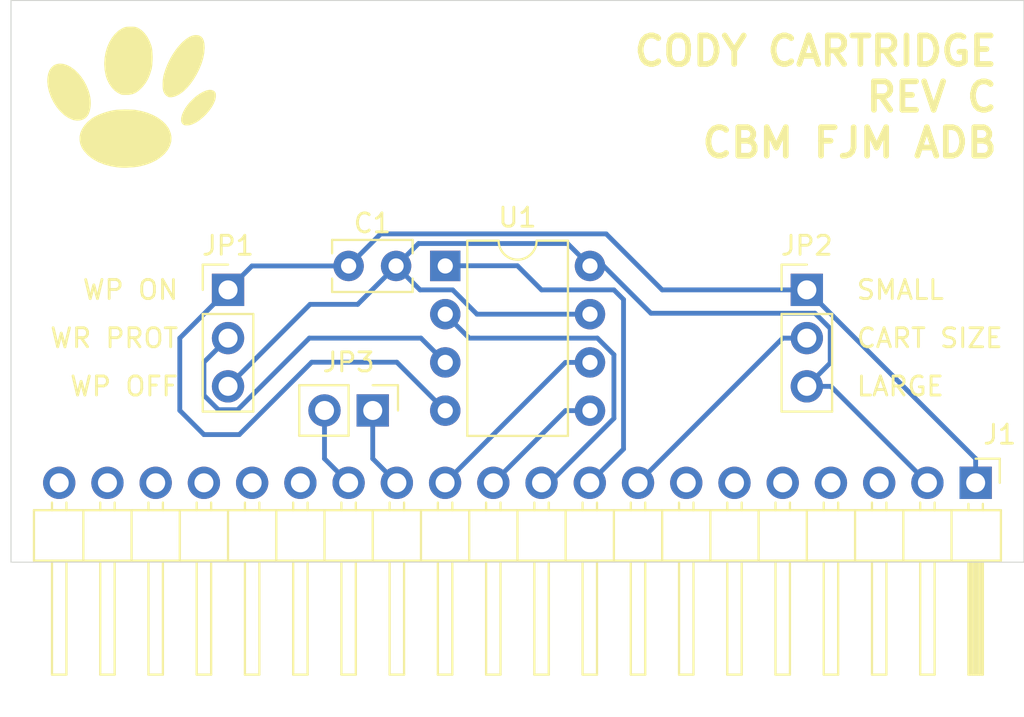
<source format=kicad_pcb>
(kicad_pcb (version 20211014) (generator pcbnew)
  (title_block (title "Cody Cartridge") (date "2024-11-20") (rev "C"))
  (layers (0 "F.Cu" signal) (31 "B.Cu" signal) (34 "B.Paste" user) (35 "F.Paste" user) (36 "B.SilkS" user "B.Silkscreen") (37 "F.SilkS" user "F.Silkscreen") (38 "B.Mask" user) (39 "F.Mask" user) (44 "Edge.Cuts" user))
  (net 0 "")
  (net 1 "Net-(J1-Pad8)")
  (net 8 "Net-(J1-Pad13)")
  (net 14 "Net-(J1-Pad9)")
  (net 15 "Net-(J1-Pad11)")
  (net 16 "Net-(J1-Pad12)")
  (net 17 "Net-(J1-Pad14)")
  (net 18 "Net-(C1-Pad2)")
  (net 19 "Net-(C1-Pad1)")
  (net 20 "Net-(J1-Pad10)")
  (net 21 "Net-(JP1-Pad2)")
  (footprint "Connector_PinHeader_2.54mm:PinHeader_1x20_P2.54mm_Horizontal" (layer "F.Cu") (at 153.67 127 -90)
    (fp_text reference "J1" (at -2.54 -1.27 -180) (layer "F.SilkS"))
    (fp_text value "Cody Expansion Port")
    (fp_line (start 4.1 0.16) (end 10.1 0.16) (layer "F.SilkS") (width 0.12))
    (fp_line (start 1.44 39.37) (end 4.1 39.37) (layer "F.SilkS") (width 0.12))
    (fp_line (start 10.1 22.48) (end 10.1 23.24) (layer "F.SilkS") (width 0.12))
    (fp_line (start 10.1 25.02) (end 10.1 25.78) (layer "F.SilkS") (width 0.12))
    (fp_line (start 1.44 24.13) (end 4.1 24.13) (layer "F.SilkS") (width 0.12))
    (fp_line (start 10.1 27.56) (end 10.1 28.32) (layer "F.SilkS") (width 0.12))
    (fp_line (start 4.1 9.78) (end 10.1 9.78) (layer "F.SilkS") (width 0.12))
    (fp_line (start 4.1 -0.32) (end 10.1 -0.32) (layer "F.SilkS") (width 0.12))
    (fp_line (start 1.042929 15.62) (end 1.44 15.62) (layer "F.SilkS") (width 0.12))
    (fp_line (start 1.44 34.29) (end 4.1 34.29) (layer "F.SilkS") (width 0.12))
    (fp_line (start 4.1 25.02) (end 10.1 25.02) (layer "F.SilkS") (width 0.12))
    (fp_line (start 4.1 17.4) (end 10.1 17.4) (layer "F.SilkS") (width 0.12))
    (fp_line (start 1.44 31.75) (end 4.1 31.75) (layer "F.SilkS") (width 0.12))
    (fp_line (start 10.1 32.64) (end 10.1 33.4) (layer "F.SilkS") (width 0.12))
    (fp_line (start 1.44 8.89) (end 4.1 8.89) (layer "F.SilkS") (width 0.12))
    (fp_line (start 10.1 12.32) (end 10.1 13.08) (layer "F.SilkS") (width 0.12))
    (fp_line (start 10.1 48.64) (end 4.1 48.64) (layer "F.SilkS") (width 0.12))
    (fp_line (start 10.1 9.78) (end 10.1 10.54) (layer "F.SilkS") (width 0.12))
    (fp_line (start 1.042929 35.18) (end 1.44 35.18) (layer "F.SilkS") (width 0.12))
    (fp_line (start 4.1 35.18) (end 10.1 35.18) (layer "F.SilkS") (width 0.12))
    (fp_line (start 1.042929 27.56) (end 1.44 27.56) (layer "F.SilkS") (width 0.12))
    (fp_line (start 1.042929 4.7) (end 1.44 4.7) (layer "F.SilkS") (width 0.12))
    (fp_line (start 10.1 19.94) (end 10.1 20.7) (layer "F.SilkS") (width 0.12))
    (fp_line (start 10.1 35.94) (end 4.1 35.94) (layer "F.SilkS") (width 0.12))
    (fp_line (start 1.042929 25.02) (end 1.44 25.02) (layer "F.SilkS") (width 0.12))
    (fp_line (start 10.1 30.1) (end 10.1 30.86) (layer "F.SilkS") (width 0.12))
    (fp_line (start 4.1 -1.33) (end 1.44 -1.33) (layer "F.SilkS") (width 0.12))
    (fp_line (start 10.1 30.86) (end 4.1 30.86) (layer "F.SilkS") (width 0.12))
    (fp_line (start 1.042929 2.16) (end 1.44 2.16) (layer "F.SilkS") (width 0.12))
    (fp_line (start 4.1 -0.2) (end 10.1 -0.2) (layer "F.SilkS") (width 0.12))
    (fp_line (start 10.1 43.56) (end 4.1 43.56) (layer "F.SilkS") (width 0.12))
    (fp_line (start 4.1 19.94) (end 10.1 19.94) (layer "F.SilkS") (width 0.12))
    (fp_line (start 10.1 -0.38) (end 10.1 0.38) (layer "F.SilkS") (width 0.12))
    (fp_line (start 10.1 20.7) (end 4.1 20.7) (layer "F.SilkS") (width 0.12))
    (fp_line (start 10.1 46.1) (end 4.1 46.1) (layer "F.SilkS") (width 0.12))
    (fp_line (start 4.1 42.8) (end 10.1 42.8) (layer "F.SilkS") (width 0.12))
    (fp_line (start 10.1 4.7) (end 10.1 5.46) (layer "F.SilkS") (width 0.12))
    (fp_line (start 4.1 32.64) (end 10.1 32.64) (layer "F.SilkS") (width 0.12))
    (fp_line (start 1.44 44.45) (end 4.1 44.45) (layer "F.SilkS") (width 0.12))
    (fp_line (start 10.1 37.72) (end 10.1 38.48) (layer "F.SilkS") (width 0.12))
    (fp_line (start 1.042929 32.64) (end 1.44 32.64) (layer "F.SilkS") (width 0.12))
    (fp_line (start 1.042929 40.26) (end 1.44 40.26) (layer "F.SilkS") (width 0.12))
    (fp_line (start 4.1 0.04) (end 10.1 0.04) (layer "F.SilkS") (width 0.12))
    (fp_line (start 1.042929 45.34) (end 1.44 45.34) (layer "F.SilkS") (width 0.12))
    (fp_line (start 4.1 22.48) (end 10.1 22.48) (layer "F.SilkS") (width 0.12))
    (fp_line (start -1.27 0) (end -1.27 -1.27) (layer "F.SilkS") (width 0.12))
    (fp_line (start 1.042929 30.1) (end 1.44 30.1) (layer "F.SilkS") (width 0.12))
    (fp_line (start 1.042929 47.88) (end 1.44 47.88) (layer "F.SilkS") (width 0.12))
    (fp_line (start 1.44 11.43) (end 4.1 11.43) (layer "F.SilkS") (width 0.12))
    (fp_line (start 10.1 23.24) (end 4.1 23.24) (layer "F.SilkS") (width 0.12))
    (fp_line (start 1.44 3.81) (end 4.1 3.81) (layer "F.SilkS") (width 0.12))
    (fp_line (start 1.44 26.67) (end 4.1 26.67) (layer "F.SilkS") (width 0.12))
    (fp_line (start 10.1 28.32) (end 4.1 28.32) (layer "F.SilkS") (width 0.12))
    (fp_line (start 10.1 17.4) (end 10.1 18.16) (layer "F.SilkS") (width 0.12))
    (fp_line (start 4.1 -0.08) (end 10.1 -0.08) (layer "F.SilkS") (width 0.12))
    (fp_line (start 1.042929 25.78) (end 1.44 25.78) (layer "F.SilkS") (width 0.12))
    (fp_line (start -1.27 -1.27) (end 0 -1.27) (layer "F.SilkS") (width 0.12))
    (fp_line (start 1.042929 12.32) (end 1.44 12.32) (layer "F.SilkS") (width 0.12))
    (fp_line (start 4.1 0.28) (end 10.1 0.28) (layer "F.SilkS") (width 0.12))
    (fp_line (start 1.44 6.35) (end 4.1 6.35) (layer "F.SilkS") (width 0.12))
    (fp_line (start 1.042929 28.32) (end 1.44 28.32) (layer "F.SilkS") (width 0.12))
    (fp_line (start 1.44 41.91) (end 4.1 41.91) (layer "F.SilkS") (width 0.12))
    (fp_line (start 1.042929 14.86) (end 1.44 14.86) (layer "F.SilkS") (width 0.12))
    (fp_line (start 4.1 27.56) (end 10.1 27.56) (layer "F.SilkS") (width 0.12))
    (fp_line (start 4.1 4.7) (end 10.1 4.7) (layer "F.SilkS") (width 0.12))
    (fp_line (start 1.042929 37.72) (end 1.44 37.72) (layer "F.SilkS") (width 0.12))
    (fp_line (start 10.1 38.48) (end 4.1 38.48) (layer "F.SilkS") (width 0.12))
    (fp_line (start 1.042929 10.54) (end 1.44 10.54) (layer "F.SilkS") (width 0.12))
    (fp_line (start 4.1 12.32) (end 10.1 12.32) (layer "F.SilkS") (width 0.12))
    (fp_line (start 10.1 41.02) (end 4.1 41.02) (layer "F.SilkS") (width 0.12))
    (fp_line (start 1.44 46.99) (end 4.1 46.99) (layer "F.SilkS") (width 0.12))
    (fp_line (start 1.042929 30.86) (end 1.44 30.86) (layer "F.SilkS") (width 0.12))
    (fp_line (start 10.1 33.4) (end 4.1 33.4) (layer "F.SilkS") (width 0.12))
    (fp_line (start 1.042929 35.94) (end 1.44 35.94) (layer "F.SilkS") (width 0.12))
    (fp_line (start 1.44 19.05) (end 4.1 19.05) (layer "F.SilkS") (width 0.12))
    (fp_line (start 1.11 0.38) (end 1.44 0.38) (layer "F.SilkS") (width 0.12))
    (fp_line (start 1.042929 42.8) (end 1.44 42.8) (layer "F.SilkS") (width 0.12))
    (fp_line (start 1.44 29.21) (end 4.1 29.21) (layer "F.SilkS") (width 0.12))
    (fp_line (start 1.11 -0.38) (end 1.44 -0.38) (layer "F.SilkS") (width 0.12))
    (fp_line (start 1.042929 20.7) (end 1.44 20.7) (layer "F.SilkS") (width 0.12))
    (fp_line (start 1.44 1.27) (end 4.1 1.27) (layer "F.SilkS") (width 0.12))
    (fp_line (start 1.042929 7.24) (end 1.44 7.24) (layer "F.SilkS") (width 0.12))
    (fp_line (start 1.042929 19.94) (end 1.44 19.94) (layer "F.SilkS") (width 0.12))
    (fp_line (start 10.1 45.34) (end 10.1 46.1) (layer "F.SilkS") (width 0.12))
    (fp_line (start 1.44 13.97) (end 4.1 13.97) (layer "F.SilkS") (width 0.12))
    (fp_line (start 10.1 40.26) (end 10.1 41.02) (layer "F.SilkS") (width 0.12))
    (fp_line (start 10.1 18.16) (end 4.1 18.16) (layer "F.SilkS") (width 0.12))
    (fp_line (start 10.1 42.8) (end 10.1 43.56) (layer "F.SilkS") (width 0.12))
    (fp_line (start 4.1 7.24) (end 10.1 7.24) (layer "F.SilkS") (width 0.12))
    (fp_line (start 4.1 14.86) (end 10.1 14.86) (layer "F.SilkS") (width 0.12))
    (fp_line (start 1.042929 23.24) (end 1.44 23.24) (layer "F.SilkS") (width 0.12))
    (fp_line (start 4.1 45.34) (end 10.1 45.34) (layer "F.SilkS") (width 0.12))
    (fp_line (start 1.042929 22.48) (end 1.44 22.48) (layer "F.SilkS") (width 0.12))
    (fp_line (start 10.1 10.54) (end 4.1 10.54) (layer "F.SilkS") (width 0.12))
    (fp_line (start 1.042929 8) (end 1.44 8) (layer "F.SilkS") (width 0.12))
    (fp_line (start 4.1 47.88) (end 10.1 47.88) (layer "F.SilkS") (width 0.12))
    (fp_line (start 4.1 30.1) (end 10.1 30.1) (layer "F.SilkS") (width 0.12))
    (fp_line (start 1.44 -1.33) (end 1.44 49.59) (layer "F.SilkS") (width 0.12))
    (fp_line (start 10.1 14.86) (end 10.1 15.62) (layer "F.SilkS") (width 0.12))
    (fp_line (start 10.1 5.46) (end 4.1 5.46) (layer "F.SilkS") (width 0.12))
    (fp_line (start 4.1 2.16) (end 10.1 2.16) (layer "F.SilkS") (width 0.12))
    (fp_line (start 4.1 49.59) (end 4.1 -1.33) (layer "F.SilkS") (width 0.12))
    (fp_line (start 1.042929 5.46) (end 1.44 5.46) (layer "F.SilkS") (width 0.12))
    (fp_line (start 1.042929 2.92) (end 1.44 2.92) (layer "F.SilkS") (width 0.12))
    (fp_line (start 10.1 47.88) (end 10.1 48.64) (layer "F.SilkS") (width 0.12))
    (fp_line (start 10.1 8) (end 4.1 8) (layer "F.SilkS") (width 0.12))
    (fp_line (start 1.042929 17.4) (end 1.44 17.4) (layer "F.SilkS") (width 0.12))
    (fp_line (start 1.042929 46.1) (end 1.44 46.1) (layer "F.SilkS") (width 0.12))
    (fp_line (start 1.042929 13.08) (end 1.44 13.08) (layer "F.SilkS") (width 0.12))
    (fp_line (start 1.44 21.59) (end 4.1 21.59) (layer "F.SilkS") (width 0.12))
    (fp_line (start 10.1 35.18) (end 10.1 35.94) (layer "F.SilkS") (width 0.12))
    (fp_line (start 1.042929 43.56) (end 1.44 43.56) (layer "F.SilkS") (width 0.12))
    (fp_line (start 4.1 -0.38) (end 10.1 -0.38) (layer "F.SilkS") (width 0.12))
    (fp_line (start 1.042929 38.48) (end 1.44 38.48) (layer "F.SilkS") (width 0.12))
    (fp_line (start 1.042929 48.64) (end 1.44 48.64) (layer "F.SilkS") (width 0.12))
    (fp_line (start 1.042929 41.02) (end 1.44 41.02) (layer "F.SilkS") (width 0.12))
    (fp_line (start 10.1 0.38) (end 4.1 0.38) (layer "F.SilkS") (width 0.12))
    (fp_line (start 4.1 37.72) (end 10.1 37.72) (layer "F.SilkS") (width 0.12))
    (fp_line (start 10.1 2.16) (end 10.1 2.92) (layer "F.SilkS") (width 0.12))
    (fp_line (start 10.1 25.78) (end 4.1 25.78) (layer "F.SilkS") (width 0.12))
    (fp_line (start 10.1 13.08) (end 4.1 13.08) (layer "F.SilkS") (width 0.12))
    (fp_line (start 1.44 49.59) (end 4.1 49.59) (layer "F.SilkS") (width 0.12))
    (fp_line (start 1.042929 33.4) (end 1.44 33.4) (layer "F.SilkS") (width 0.12))
    (fp_line (start 4.1 40.26) (end 10.1 40.26) (layer "F.SilkS") (width 0.12))
    (fp_line (start 1.042929 9.78) (end 1.44 9.78) (layer "F.SilkS") (width 0.12))
    (fp_line (start 10.1 2.92) (end 4.1 2.92) (layer "F.SilkS") (width 0.12))
    (fp_line (start 1.44 16.51) (end 4.1 16.51) (layer "F.SilkS") (width 0.12))
    (fp_line (start 1.042929 18.16) (end 1.44 18.16) (layer "F.SilkS") (width 0.12))
    (fp_line (start 10.1 7.24) (end 10.1 8) (layer "F.SilkS") (width 0.12))
    (fp_line (start 10.1 15.62) (end 4.1 15.62) (layer "F.SilkS") (width 0.12))
    (fp_line (start 1.44 36.83) (end 4.1 36.83) (layer "F.SilkS") (width 0.12))
    (pad "1" thru_hole rect (at 0 0 270) (size 1.7 1.7) (drill 1) (layers *.Cu *.Mask) (net 18 "Net-(C1-Pad2)"))
    (pad "2" thru_hole oval (at 0 2.54 270) (size 1.7 1.7) (drill 1) (layers *.Cu *.Mask) (net 19 "Net-(C1-Pad1)"))
    (pad "3" thru_hole oval (at 0 5.08 270) (size 1.7 1.7) (drill 1) (layers *.Cu *.Mask))
    (pad "4" thru_hole oval (at 0 7.62 270) (size 1.7 1.7) (drill 1) (layers *.Cu *.Mask))
    (pad "5" thru_hole oval (at 0 10.16 270) (size 1.7 1.7) (drill 1) (layers *.Cu *.Mask))
    (pad "6" thru_hole oval (at 0 12.7 270) (size 1.7 1.7) (drill 1) (layers *.Cu *.Mask))
    (pad "7" thru_hole oval (at 0 15.24 270) (size 1.7 1.7) (drill 1) (layers *.Cu *.Mask))
    (pad "8" thru_hole oval (at 0 17.78 270) (size 1.7 1.7) (drill 1) (layers *.Cu *.Mask) (net 1 "Net-(J1-Pad8)"))
    (pad "9" thru_hole oval (at 0 20.32 270) (size 1.7 1.7) (drill 1) (layers *.Cu *.Mask) (net 14 "Net-(J1-Pad9)"))
    (pad "10" thru_hole oval (at 0 22.86 270) (size 1.7 1.7) (drill 1) (layers *.Cu *.Mask) (net 20 "Net-(J1-Pad10)"))
    (pad "11" thru_hole oval (at 0 25.4 270) (size 1.7 1.7) (drill 1) (layers *.Cu *.Mask) (net 15 "Net-(J1-Pad11)"))
    (pad "12" thru_hole oval (at 0 27.94 270) (size 1.7 1.7) (drill 1) (layers *.Cu *.Mask) (net 16 "Net-(J1-Pad12)"))
    (pad "13" thru_hole oval (at 0 30.48 270) (size 1.7 1.7) (drill 1) (layers *.Cu *.Mask) (net 8 "Net-(J1-Pad13)"))
    (pad "14" thru_hole oval (at 0 33.02 270) (size 1.7 1.7) (drill 1) (layers *.Cu *.Mask) (net 17 "Net-(J1-Pad14)"))
    (pad "15" thru_hole oval (at 0 35.56 270) (size 1.7 1.7) (drill 1) (layers *.Cu *.Mask))
    (pad "16" thru_hole oval (at 0 38.1 270) (size 1.7 1.7) (drill 1) (layers *.Cu *.Mask))
    (pad "17" thru_hole oval (at 0 40.64 270) (size 1.7 1.7) (drill 1) (layers *.Cu *.Mask))
    (pad "18" thru_hole oval (at 0 43.18 270) (size 1.7 1.7) (drill 1) (layers *.Cu *.Mask))
    (pad "19" thru_hole oval (at 0 45.72 270) (size 1.7 1.7) (drill 1) (layers *.Cu *.Mask))
    (pad "20" thru_hole oval (at 0 48.26 270) (size 1.7 1.7) (drill 1) (layers *.Cu *.Mask))
  )
  (footprint "Capacitor_THT:C_Rect_L4.0mm_W2.5mm_P2.50mm" (layer "F.Cu") (at 123.15 115.58 180)
    (fp_text reference "C1" (at 1.25 2.25) (layer "F.SilkS"))
    (fp_text value "0.1μF")
    (fp_line (start -0.87 0.665) (end -0.87 1.37) (layer "F.SilkS") (width 0.12))
    (fp_line (start -0.87 -1.37) (end 3.37 -1.37) (layer "F.SilkS") (width 0.12))
    (fp_line (start -0.87 1.37) (end 3.37 1.37) (layer "F.SilkS") (width 0.12))
    (fp_line (start -0.87 -1.37) (end -0.87 -0.665) (layer "F.SilkS") (width 0.12))
    (fp_line (start 3.37 0.665) (end 3.37 1.37) (layer "F.SilkS") (width 0.12))
    (fp_line (start 3.37 -1.37) (end 3.37 -0.665) (layer "F.SilkS") (width 0.12))
    (pad "1" thru_hole circle (at 0 0 180) (size 1.6 1.6) (drill 0.8) (layers *.Cu *.Mask) (net 19 "Net-(C1-Pad1)"))
    (pad "2" thru_hole circle (at 2.5 0 180) (size 1.6 1.6) (drill 0.8) (layers *.Cu *.Mask) (net 18 "Net-(C1-Pad2)"))
  )
  (footprint "Connector_PinHeader_2.54mm:PinHeader_1x03_P2.54mm_Vertical" (layer "F.Cu") (at 114.3 116.84)
    (fp_text reference "JP1" (at 0 -2.33) (layer "F.SilkS"))
    (fp_text value "Cartridge Write-Protect")
    (fp_line (start -1.33 -1.33) (end 0 -1.33) (layer "F.SilkS") (width 0.12))
    (fp_line (start -1.33 0) (end -1.33 -1.33) (layer "F.SilkS") (width 0.12))
    (fp_line (start -1.33 1.27) (end 1.33 1.27) (layer "F.SilkS") (width 0.12))
    (fp_line (start -1.33 6.41) (end 1.33 6.41) (layer "F.SilkS") (width 0.12))
    (fp_line (start -1.33 1.27) (end -1.33 6.41) (layer "F.SilkS") (width 0.12))
    (fp_line (start 1.33 1.27) (end 1.33 6.41) (layer "F.SilkS") (width 0.12))
    (pad "1" thru_hole rect (at 0 0) (size 1.7 1.7) (drill 1) (layers *.Cu *.Mask) (net 18 "Net-(C1-Pad2)"))
    (pad "2" thru_hole oval (at 0 2.54) (size 1.7 1.7) (drill 1) (layers *.Cu *.Mask) (net 21 "Net-(JP1-Pad2)"))
    (pad "3" thru_hole oval (at 0 5.08) (size 1.7 1.7) (drill 1) (layers *.Cu *.Mask) (net 19 "Net-(C1-Pad1)"))
  )
  (footprint "MountingHole:MountingHole_5.3mm_M5" (layer "F.Cu") (at 129.54 107.95)
    (fp_text reference "REF**" hide)
    (fp_text value "MountingHole_5.3mm_M5")
    (pad "" np_thru_hole circle (at 0 0) (size 5.3 5.3) (drill 5.3) (layers *.Cu *.Mask))
  )
  (footprint "Package_DIP:DIP-8_W7.62mm" (layer "F.Cu") (at 125.74 115.58)
    (fp_text reference "U1" (at 3.8 -2.55) (layer "F.SilkS"))
    (fp_text value "25LCxxx")
    (fp_line (start 6.46 8.95) (end 6.46 -1.33) (layer "F.SilkS") (width 0.12))
    (fp_line (start 1.16 -1.33) (end 1.16 8.95) (layer "F.SilkS") (width 0.12))
    (fp_line (start 2.81 -1.33) (end 1.16 -1.33) (layer "F.SilkS") (width 0.12))
    (fp_line (start 1.16 8.95) (end 6.46 8.95) (layer "F.SilkS") (width 0.12))
    (fp_line (start 6.46 -1.33) (end 4.81 -1.33) (layer "F.SilkS") (width 0.12))
    (fp_arc (start 4.81 -1.33) (mid 3.81 -0.33) (end 2.81 -1.33) (layer "F.SilkS") (width 0.12))
    (pad "1" thru_hole rect (at 0 0) (size 1.6 1.6) (drill 0.8) (layers *.Cu *.Mask) (net 14 "Net-(J1-Pad9)"))
    (pad "2" thru_hole oval (at 0 2.54) (size 1.6 1.6) (drill 0.8) (layers *.Cu *.Mask) (net 20 "Net-(J1-Pad10)"))
    (pad "3" thru_hole oval (at 0 5.08) (size 1.6 1.6) (drill 0.8) (layers *.Cu *.Mask) (net 21 "Net-(JP1-Pad2)"))
    (pad "4" thru_hole oval (at 0 7.62) (size 1.6 1.6) (drill 0.8) (layers *.Cu *.Mask) (net 18 "Net-(C1-Pad2)"))
    (pad "5" thru_hole oval (at 7.62 7.62) (size 1.6 1.6) (drill 0.8) (layers *.Cu *.Mask) (net 15 "Net-(J1-Pad11)"))
    (pad "6" thru_hole oval (at 7.62 5.08) (size 1.6 1.6) (drill 0.8) (layers *.Cu *.Mask) (net 16 "Net-(J1-Pad12)"))
    (pad "7" thru_hole oval (at 7.62 2.54) (size 1.6 1.6) (drill 0.8) (layers *.Cu *.Mask) (net 19 "Net-(C1-Pad1)"))
    (pad "8" thru_hole oval (at 7.62 0) (size 1.6 1.6) (drill 0.8) (layers *.Cu *.Mask) (net 19 "Net-(C1-Pad1)"))
  )
  (footprint "Cody_Components:CodyPawprint" (layer "F.Cu") (at 109.22 106.68)
    (fp_text reference "G***" hide)
    (fp_text value "LOGO" hide)
    (fp_poly (pts (xy -0.16708 0.662378) (xy 0.031153 0.670133) (xy 0.198841 0.685143) (xy 0.216741 0.687524) (xy 0.540617 0.749102) (xy 0.846768 0.839813) (xy 1.130198 0.956763) (xy 1.385911 1.097059) (xy 1.608911 1.257807) (xy 1.794204 1.436116) (xy 1.936792 1.629091) (xy 1.980294 1.708812) (xy 2.064552 1.924823) (xy 2.100194 2.133979) (xy 2.088025 2.341182) (xy 2.086033 2.352356) (xy 2.019594 2.575436) (xy 1.906708 2.786268) (xy 1.7508 2.982263) (xy 1.555296 3.160836) (xy 1.323623 3.3194) (xy 1.059204 3.455368) (xy 0.765466 3.566152) (xy 0.445835 3.649166) (xy 0.3429 3.668706) (xy 0.165848 3.692872) (xy -0.038784 3.710164) (xy -0.253765 3.719954) (xy -0.461863 3.721612) (xy -0.645844 3.714511) (xy -0.72258 3.707573) (xy -1.093792 3.646766) (xy -1.43856 3.552987) (xy -1.752745 3.427934) (xy -2.032208 3.273301) (xy -2.27281 3.090786) (xy -2.309549 3.057109) (xy -2.488286 2.865305) (xy -2.617935 2.67183) (xy -2.700164 2.472922) (xy -2.736643 2.264817) (xy -2.734815 2.098417) (xy -2.693408 1.894817) (xy -2.606037 1.69208) (xy -2.477268 1.49631) (xy -2.311664 1.313612) (xy -2.113791 1.15009) (xy -1.945373 1.042809) (xy -1.766872 0.954393) (xy -1.555104 0.869256) (xy -1.327529 0.793358) (xy -1.10161 0.732656) (xy -0.941675 0.700337) (xy -0.783154 0.680859) (xy -0.590422 0.66792) (xy -0.379668 0.6617) (xy -0.16708 0.662378)) (layer "F.SilkS") (width 0.01) (fill solid))
    (fp_poly (pts (xy 0.073468 -3.694509) (xy 0.162036 -3.689122) (xy 0.229982 -3.676815) (xy 0.292383 -3.654868) (xy 0.36369 -3.620877) (xy 0.529429 -3.511112) (xy 0.684397 -3.358299) (xy 0.823387 -3.169882) (xy 0.941192 -2.953306) (xy 1.032602 -2.716019) (xy 1.05754 -2.6289) (xy 1.083187 -2.489471) (xy 1.099243 -2.314722) (xy 1.10584 -2.119191) (xy 1.103113 -1.91742) (xy 1.091194 -1.723947) (xy 1.070219 -1.553312) (xy 1.046633 -1.44165) (xy 0.963386 -1.176424) (xy 0.867526 -0.95012) (xy 0.752845 -0.751263) (xy 0.613137 -0.568379) (xy 0.518522 -0.465443) (xy 0.360257 -0.319348) (xy 0.207505 -0.215931) (xy 0.049019 -0.149916) (xy -0.12645 -0.116024) (xy -0.2413 -0.108987) (xy -0.351806 -0.108816) (xy -0.449404 -0.112956) (xy -0.518186 -0.120579) (xy -0.5334 -0.124198) (xy -0.718994 -0.209665) (xy -0.89305 -0.339122) (xy -1.050296 -0.506145) (xy -1.18546 -0.704312) (xy -1.293271 -0.927202) (xy -1.359212 -1.1303) (xy -1.415672 -1.430973) (xy -1.434606 -1.734927) (xy -1.418012 -2.036631) (xy -1.367886 -2.330553) (xy -1.286225 -2.611159) (xy -1.175026 -2.872918) (xy -1.036286 -3.110296) (xy -0.872002 -3.317762) (xy -0.684171 -3.489782) (xy -0.474789 -3.620824) (xy -0.4572 -3.629355) (xy -0.386218 -3.660228) (xy -0.320417 -3.679819) (xy -0.244664 -3.6906) (xy -0.143823 -3.695041) (xy -0.0508 -3.6957) (xy 0.073468 -3.694509)) (layer "F.SilkS") (width 0.01) (fill solid))
    (fp_poly (pts (xy 3.532567 -3.240686) (xy 3.650066 -3.186292) (xy 3.739024 -3.093655) (xy 3.800538 -2.961154) (xy 3.835703 -2.78717) (xy 3.845681 -2.5781) (xy 3.82488 -2.312715) (xy 3.768404 -2.033552) (xy 3.680175 -1.747491) (xy 3.564117 -1.461413) (xy 3.424154 -1.182198) (xy 3.264207 -0.916726) (xy 3.088202 -0.671878) (xy 2.900061 -0.454534) (xy 2.703707 -0.271574) (xy 2.503064 -0.129879) (xy 2.4257 -0.087883) (xy 2.253746 -0.017988) (xy 2.099289 0.013842) (xy 1.968329 0.006506) (xy 1.945749 0.000326) (xy 1.84211 -0.056754) (xy 1.751051 -0.152787) (xy 1.683754 -0.275943) (xy 1.6832 -0.277371) (xy 1.654586 -0.391578) (xy 1.639655 -0.540978) (xy 1.638178 -0.711905) (xy 1.649927 -0.890693) (xy 1.674672 -1.063677) (xy 1.698111 -1.1684) (xy 1.786355 -1.45284) (xy 1.897456 -1.731134) (xy 2.027984 -1.999031) (xy 2.174506 -2.25228) (xy 2.333591 -2.48663) (xy 2.501806 -2.69783) (xy 2.675719 -2.881629) (xy 2.851899 -3.033776) (xy 3.026913 -3.15002) (xy 3.19733 -3.226109) (xy 3.359717 -3.257793) (xy 3.385432 -3.258458) (xy 3.532567 -3.240686)) (layer "F.SilkS") (width 0.01) (fill solid))
    (fp_poly (pts (xy 4.21886 -0.363609) (xy 4.292246 -0.337846) (xy 4.372632 -0.282107) (xy 4.419799 -0.209529) (xy 4.43851 -0.109276) (xy 4.436723 -0.009227) (xy 4.403543 0.159862) (xy 4.33011 0.343194) (xy 4.222361 0.533869) (xy 4.086233 0.724985) (xy 3.927663 0.909639) (xy 3.752587 1.080931) (xy 3.566944 1.231958) (xy 3.376669 1.355818) (xy 3.187699 1.445611) (xy 3.184101 1.446965) (xy 3.044661 1.485576) (xy 2.910422 1.49834) (xy 2.794258 1.485265) (xy 2.7094 1.446644) (xy 2.639801 1.360617) (xy 2.608879 1.243996) (xy 2.616573 1.099054) (xy 2.662823 0.928061) (xy 2.727227 0.7747) (xy 2.831747 0.586589) (xy 2.960342 0.404923) (xy 3.107704 0.233475) (xy 3.268525 0.076018) (xy 3.437498 -0.063674) (xy 3.609314 -0.181829) (xy 3.778667 -0.274673) (xy 3.940247 -0.338434) (xy 4.088747 -0.369337) (xy 4.21886 -0.363609)) (layer "F.SilkS") (width 0.01) (fill solid))
    (fp_poly (pts (xy -3.575908 -1.732666) (xy -3.383098 -1.669574) (xy -3.190963 -1.56745) (xy -3.003354 -1.429825) (xy -2.824123 -1.260229) (xy -2.65712 -1.062192) (xy -2.506196 -0.839243) (xy -2.375203 -0.594913) (xy -2.267991 -0.332732) (xy -2.20679 -0.131457) (xy -2.164669 0.091076) (xy -2.150614 0.317545) (xy -2.163692 0.536851) (xy -2.202966 0.737893) (xy -2.2675 0.909571) (xy -2.299328 0.966194) (xy -2.408169 1.09349) (xy -2.546752 1.183614) (xy -2.708216 1.234616) (xy -2.885696 1.244545) (xy -3.072329 1.211452) (xy -3.11485 1.197889) (xy -3.336729 1.09593) (xy -3.550678 0.948794) (xy -3.75216 0.76199) (xy -3.936637 0.54103) (xy -4.099571 0.291421) (xy -4.236426 0.018675) (xy -4.342663 -0.271699) (xy -4.352377 -0.3048) (xy -4.409355 -0.558165) (xy -4.433412 -0.799003) (xy -4.42585 -1.022734) (xy -4.387971 -1.224774) (xy -4.321076 -1.400541) (xy -4.226467 -1.545453) (xy -4.105446 -1.654927) (xy -3.959315 -1.724382) (xy -3.948147 -1.727635) (xy -3.765541 -1.753196) (xy -3.575908 -1.732666)) (layer "F.SilkS") (width 0.01) (fill solid))
  )
  (footprint "Connector_PinHeader_2.54mm:PinHeader_1x03_P2.54mm_Vertical" (layer "F.Cu") (at 144.78 116.84)
    (fp_text reference "JP2" (at 0 -2.33) (layer "F.SilkS"))
    (fp_text value "Cartridge Size")
    (fp_line (start -1.33 0) (end -1.33 -1.33) (layer "F.SilkS") (width 0.12))
    (fp_line (start -1.33 -1.33) (end 0 -1.33) (layer "F.SilkS") (width 0.12))
    (fp_line (start 1.33 1.27) (end 1.33 6.41) (layer "F.SilkS") (width 0.12))
    (fp_line (start -1.33 6.41) (end 1.33 6.41) (layer "F.SilkS") (width 0.12))
    (fp_line (start -1.33 1.27) (end 1.33 1.27) (layer "F.SilkS") (width 0.12))
    (fp_line (start -1.33 1.27) (end -1.33 6.41) (layer "F.SilkS") (width 0.12))
    (pad "1" thru_hole rect (at 0 0) (size 1.7 1.7) (drill 1) (layers *.Cu *.Mask) (net 18 "Net-(C1-Pad2)"))
    (pad "2" thru_hole oval (at 0 2.54) (size 1.7 1.7) (drill 1) (layers *.Cu *.Mask) (net 1 "Net-(J1-Pad8)"))
    (pad "3" thru_hole oval (at 0 5.08) (size 1.7 1.7) (drill 1) (layers *.Cu *.Mask) (net 19 "Net-(C1-Pad1)"))
  )
  (footprint "Connector_PinHeader_2.54mm:PinHeader_1x02_P2.54mm_Vertical" (layer "F.Cu") (at 121.92 123.19 -90)
    (fp_text reference "JP3" (at -2.54 1.27) (layer "F.SilkS"))
    (fp_text value "Cartridge Detect")
    (fp_line (start -1.33 1.27) (end 1.33 1.27) (layer "F.SilkS") (width 0.12))
    (fp_line (start -1.33 -1.33) (end 0 -1.33) (layer "F.SilkS") (width 0.12))
    (fp_line (start -1.33 3.87) (end 1.33 3.87) (layer "F.SilkS") (width 0.12))
    (fp_line (start -1.33 1.27) (end -1.33 3.87) (layer "F.SilkS") (width 0.12))
    (fp_line (start -1.33 0) (end -1.33 -1.33) (layer "F.SilkS") (width 0.12))
    (fp_line (start 1.33 1.27) (end 1.33 3.87) (layer "F.SilkS") (width 0.12))
    (pad "1" thru_hole rect (at 0 0 270) (size 1.7 1.7) (drill 1) (layers *.Cu *.Mask) (net 8 "Net-(J1-Pad13)"))
    (pad "2" thru_hole oval (at 0 2.54 270) (size 1.7 1.7) (drill 1) (layers *.Cu *.Mask) (net 17 "Net-(J1-Pad14)"))
  )
  (gr_line (start 102.87 131.181) (end 156.21 131.181) (layer "Edge.Cuts") (width 0.05))
  (gr_line (start 102.87 131.181) (end 102.87 101.6) (layer "Edge.Cuts") (width 0.05))
  (gr_line (start 156.21 131.181) (end 156.21 101.6) (layer "Edge.Cuts") (width 0.05))
  (gr_line (start 102.87 101.6) (end 156.21 101.6) (layer "Edge.Cuts") (width 0.05))
  (gr_text "CART SIZE" (at 147.32 119.38) (layer "F.SilkS") (effects (font (size 1 1)) (justify left)))
  (gr_text "LARGE" (at 147.32 121.92) (layer "F.SilkS") (effects (font (size 1 1)) (justify left)))
  (gr_text "SMALL" (at 147.32 116.84) (layer "F.SilkS") (effects (font (size 1 1)) (justify left)))
  (gr_text "CODY CARTRIDGE\nREV C\nCBM FJM ADB" (at 154.94 106.68) (layer "F.SilkS") (effects (font (size 1.5 1.5) (thickness 0.3)) (justify right)))
  (gr_text "WR PROT" (at 111.76 119.38) (layer "F.SilkS") (effects (font (size 1 1)) (justify right)))
  (gr_text "WP OFF" (at 111.76 121.92) (layer "F.SilkS") (effects (font (size 1 1)) (justify right)))
  (gr_text "WP ON" (at 111.76 116.84) (layer "F.SilkS") (effects (font (size 1 1)) (justify right)))
  (segment (start 144.78 119.38) (end 143.51 119.38) (width 0.254) (layer "B.Cu") (net 1))
  (segment (start 143.51 119.38) (end 135.89 127) (width 0.254) (layer "B.Cu") (net 1))
  (segment (start 123.19 127) (end 121.92 125.73) (width 0.254) (layer "B.Cu") (net 8))
  (segment (start 121.92 125.73) (end 121.92 123.19) (width 0.254) (layer "B.Cu") (net 8))
  (segment (start 129.54 115.57) (end 125.75 115.57) (width 0.254) (layer "B.Cu") (net 14))
  (segment (start 130.81 116.84) (end 129.54 115.57) (width 0.254) (layer "B.Cu") (net 14))
  (segment (start 135.12752 125.22248) (end 135.12752 117.34752) (width 0.254) (layer "B.Cu") (net 14))
  (segment (start 135.12752 117.34752) (end 134.62 116.84) (width 0.254) (layer "B.Cu") (net 14))
  (segment (start 125.75 115.57) (end 125.74 115.58) (width 0.254) (layer "B.Cu") (net 14))
  (segment (start 134.62 116.84) (end 130.81 116.84) (width 0.254) (layer "B.Cu") (net 14))
  (segment (start 133.35 127) (end 135.12752 125.22248) (width 0.254) (layer "B.Cu") (net 14))
  (segment (start 133.36 123.2) (end 132.07 123.2) (width 0.254) (layer "B.Cu") (net 15))
  (segment (start 132.07 123.2) (end 128.27 127) (width 0.254) (layer "B.Cu") (net 15))
  (segment (start 132.07 120.66) (end 125.73 127) (width 0.254) (layer "B.Cu") (net 16))
  (segment (start 133.36 120.66) (end 132.07 120.66) (width 0.254) (layer "B.Cu") (net 16))
  (segment (start 119.38 123.19) (end 119.38 125.73) (width 0.254) (layer "B.Cu") (net 17))
  (segment (start 119.38 125.73) (end 120.65 127) (width 0.254) (layer "B.Cu") (net 17))
  (segment (start 111.76 123.19) (end 111.76 119.38) (width 0.254) (layer "B.Cu") (net 18))
  (segment (start 115.56 115.58) (end 120.65 115.58) (width 0.254) (layer "B.Cu") (net 18))
  (segment (start 137.16 116.84) (end 144.78 116.84) (width 0.254) (layer "B.Cu") (net 18))
  (segment (start 153.67 127) (end 153.67 125.73) (width 0.254) (layer "B.Cu") (net 18))
  (segment (start 120.65 115.58) (end 122.338031 113.891969) (width 0.254) (layer "B.Cu") (net 18))
  (segment (start 114.893974 124.46) (end 113.03 124.46) (width 0.254) (layer "B.Cu") (net 18))
  (segment (start 125.74 123.2) (end 123.19 120.65) (width 0.254) (layer "B.Cu") (net 18))
  (segment (start 114.3 116.84) (end 115.56 115.58) (width 0.254) (layer "B.Cu") (net 18))
  (segment (start 122.338031 113.891969) (end 134.211969 113.891969) (width 0.254) (layer "B.Cu") (net 18))
  (segment (start 134.211969 113.891969) (end 137.16 116.84) (width 0.254) (layer "B.Cu") (net 18))
  (segment (start 153.67 125.73) (end 144.78 116.84) (width 0.254) (layer "B.Cu") (net 18))
  (segment (start 111.76 119.38) (end 114.3 116.84) (width 0.254) (layer "B.Cu") (net 18))
  (segment (start 118.703974 120.65) (end 114.893974 124.46) (width 0.254) (layer "B.Cu") (net 18))
  (segment (start 113.03 124.46) (end 111.76 123.19) (width 0.254) (layer "B.Cu") (net 18))
  (segment (start 123.19 120.65) (end 118.703974 120.65) (width 0.254) (layer "B.Cu") (net 18))
  (segment (start 126.129496 116.84) (end 124.41 116.84) (width 0.254) (layer "B.Cu") (net 19))
  (segment (start 146.010511 120.689489) (end 146.010511 118.870305) (width 0.254) (layer "B.Cu") (net 19))
  (segment (start 132.179489 114.399489) (end 133.36 115.58) (width 0.254) (layer "B.Cu") (net 19))
  (segment (start 136.568253 118.070511) (end 134.077742 115.58) (width 0.254) (layer "B.Cu") (net 19))
  (segment (start 127.409496 118.12) (end 126.129496 116.84) (width 0.254) (layer "B.Cu") (net 19))
  (segment (start 134.077742 115.58) (end 133.36 115.58) (width 0.254) (layer "B.Cu") (net 19))
  (segment (start 118.61752 117.60248) (end 121.12752 117.60248) (width 0.254) (layer "B.Cu") (net 19))
  (segment (start 146.010511 118.870305) (end 145.210717 118.070511) (width 0.254) (layer "B.Cu") (net 19))
  (segment (start 145.210717 118.070511) (end 136.568253 118.070511) (width 0.254) (layer "B.Cu") (net 19))
  (segment (start 114.3 121.92) (end 118.61752 117.60248) (width 0.254) (layer "B.Cu") (net 19))
  (segment (start 144.78 121.92) (end 146.05 121.92) (width 0.254) (layer "B.Cu") (net 19))
  (segment (start 144.78 121.92) (end 146.010511 120.689489) (width 0.254) (layer "B.Cu") (net 19))
  (segment (start 123.15 115.58) (end 124.330511 114.399489) (width 0.254) (layer "B.Cu") (net 19))
  (segment (start 146.05 121.92) (end 151.13 127) (width 0.254) (layer "B.Cu") (net 19))
  (segment (start 124.330511 114.399489) (end 132.179489 114.399489) (width 0.254) (layer "B.Cu") (net 19))
  (segment (start 121.12752 117.60248) (end 123.15 115.58) (width 0.254) (layer "B.Cu") (net 19))
  (segment (start 124.41 116.84) (end 123.15 115.58) (width 0.254) (layer "B.Cu") (net 19))
  (segment (start 133.36 118.12) (end 127.409496 118.12) (width 0.254) (layer "B.Cu") (net 19))
  (segment (start 127 119.38) (end 125.74 118.12) (width 0.254) (layer "B.Cu") (net 20))
  (segment (start 133.749496 119.38) (end 127 119.38) (width 0.254) (layer "B.Cu") (net 20))
  (segment (start 134.62 123.609496) (end 134.62 120.250504) (width 0.254) (layer "B.Cu") (net 20))
  (segment (start 134.62 120.250504) (end 133.749496 119.38) (width 0.254) (layer "B.Cu") (net 20))
  (segment (start 131.229496 127) (end 134.62 123.609496) (width 0.254) (layer "B.Cu") (net 20))
  (segment (start 130.81 127) (end 131.229496 127) (width 0.254) (layer "B.Cu") (net 20))
  (segment (start 114.809695 123.150511) (end 113.790305 123.150511) (width 0.254) (layer "B.Cu") (net 21))
  (segment (start 124.46 119.38) (end 118.580206 119.38) (width 0.254) (layer "B.Cu") (net 21))
  (segment (start 113.790305 123.150511) (end 113.03 122.390206) (width 0.254) (layer "B.Cu") (net 21))
  (segment (start 113.03 122.390206) (end 113.03 120.65) (width 0.254) (layer "B.Cu") (net 21))
  (segment (start 113.03 120.65) (end 114.3 119.38) (width 0.254) (layer "B.Cu") (net 21))
  (segment (start 118.580206 119.38) (end 114.809695 123.150511) (width 0.254) (layer "B.Cu") (net 21))
  (segment (start 125.74 120.66) (end 124.46 119.38) (width 0.254) (layer "B.Cu") (net 21))
)
</source>
